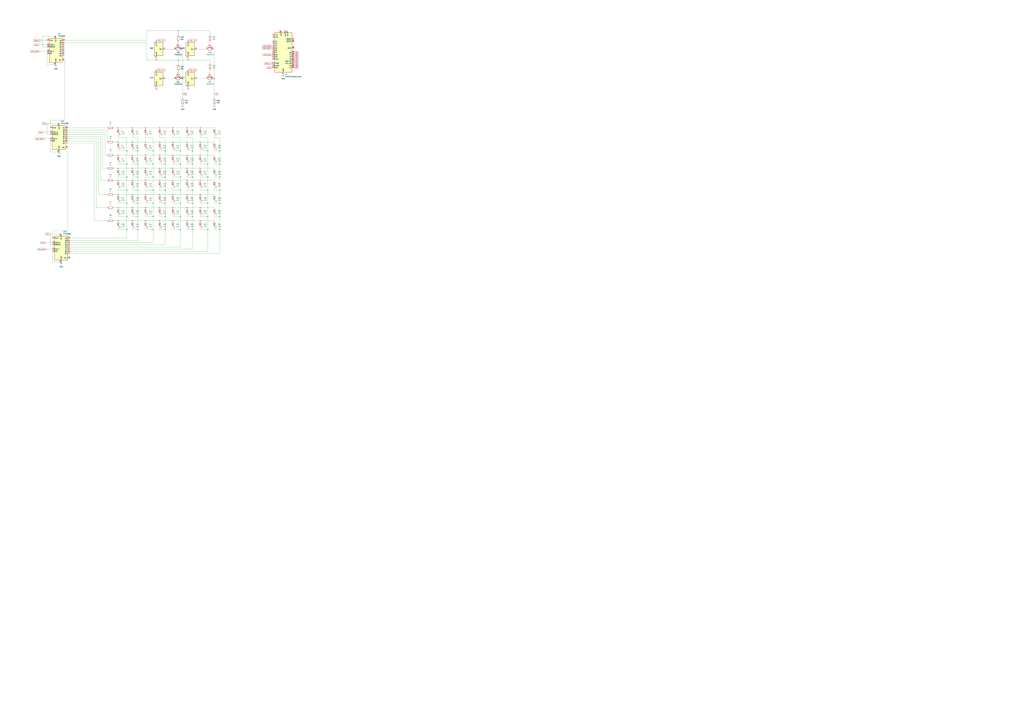
<source format=kicad_sch>
(kicad_sch (version 20230121) (generator eeschema)
  (paper "A0")
  (lib_symbols
    (symbol "74xx:74HC595"
      (property "Reference" "U" (at -7.62 13.97 0))
      (property "Value" "74HC595" (at -7.62 -16.51 0))
      (symbol "74HC595_1_0"
        (pin tri_state line (at 10.16 7.62 180) (length 2.54) (name "QB") (number "1"))
        (pin input line (at -10.16 2.54 0) (length 2.54) (name "~{SRCLR}") (number "10"))
        (pin input line (at -10.16 5.08 0) (length 2.54) (name "SRCLK") (number "11"))
        (pin input line (at -10.16 -2.54 0) (length 2.54) (name "RCLK") (number "12"))
        (pin input line (at -10.16 -5.08 0) (length 2.54) (name "~{OE}") (number "13"))
        (pin input line (at -10.16 10.16 0) (length 2.54) (name "SER") (number "14"))
        (pin tri_state line (at 10.16 10.16 180) (length 2.54) (name "QA") (number "15"))
        (pin power_in line (at 0 15.24 270) (length 2.54) (name "VCC") (number "16"))
        (pin tri_state line (at 10.16 5.08 180) (length 2.54) (name "QC") (number "2"))
        (pin tri_state line (at 10.16 2.54 180) (length 2.54) (name "QD") (number "3"))
        (pin tri_state line (at 10.16 0 180) (length 2.54) (name "QE") (number "4"))
        (pin tri_state line (at 10.16 -2.54 180) (length 2.54) (name "QF") (number "5"))
        (pin tri_state line (at 10.16 -5.08 180) (length 2.54) (name "QG") (number "6"))
        (pin tri_state line (at 10.16 -7.62 180) (length 2.54) (name "QH") (number "7"))
        (pin power_in line (at 0 -17.78 90) (length 2.54) (name "GND") (number "8"))
        (pin output line (at 10.16 -12.7 180) (length 2.54) (name "QH'") (number "9"))
      )
      (symbol "74HC595_1_1"
        (rectangle (start -7.62 12.7) (end 7.62 -15.24) (stroke (width 0.254)) (fill (type background)))
      )
    )
    (symbol "Device:LED" (pin_numbers hide) (pin_names (offset 1.016) hide)
      (property "Reference" "D" (at 0 2.54 0))
      (property "Value" "LED" (at 0 -2.54 0))
      (symbol "LED_0_1"
        (polyline (pts (xy -1.27 -1.27) (xy -1.27 1.27)) (stroke (width 0.254)))
        (polyline (pts (xy -1.27 0) (xy 1.27 0)))
        (polyline (pts (xy 1.27 -1.27) (xy 1.27 1.27) (xy -1.27 0) (xy 1.27 -1.27)) (stroke (width 0.254)))
        (polyline (pts (xy -3.048 -0.762) (xy -4.572 -2.286) (xy -3.81 -2.286) (xy -4.572 -2.286) (xy -4.572 -1.524)))
        (polyline (pts (xy -1.778 -0.762) (xy -3.302 -2.286) (xy -2.54 -2.286) (xy -3.302 -2.286) (xy -3.302 -1.524)))
      )
      (symbol "LED_1_1"
        (pin passive line (at -3.81 0 0) (length 2.54) (name "K") (number "1"))
        (pin passive line (at 3.81 0 180) (length 2.54) (name "A") (number "2"))
      )
    )
    (symbol "Device:R" (pin_numbers hide) (pin_names (offset 0))
      (property "Reference" "R" (at 2.032 0 90))
      (property "Value" "R" (at 0 0 90))
      (symbol "R_0_1"
        (rectangle (start -1.016 -2.54) (end 1.016 2.54) (stroke (width 0.254)))
      )
      (symbol "R_1_1"
        (pin passive line (at 0 3.81 270) (length 1.27) (name "~") (number "1"))
        (pin passive line (at 0 -3.81 90) (length 1.27) (name "~") (number "2"))
      )
    )
    (symbol "MCU_Module:Arduino_Nano_Every"
      (property "Reference" "A" (at -10.16 23.495 0))
      (property "Value" "Arduino_Nano_Every" (at 5.08 -24.13 0))
      (symbol "Arduino_Nano_Every_0_1"
        (rectangle (start -10.16 22.86) (end 10.16 -22.86) (stroke (width 0.254)) (fill (type background)))
      )
      (symbol "Arduino_Nano_Every_1_1"
        (pin bidirectional line (at -12.7 20.32 0) (length 2.54) (name "TX1") (number "1"))
        (pin bidirectional line (at -12.7 0 0) (length 2.54) (name "D7") (number "10"))
        (pin bidirectional line (at -12.7 -2.54 0) (length 2.54) (name "D8") (number "11"))
        (pin bidirectional line (at -12.7 -5.08 0) (length 2.54) (name "D9") (number "12"))
        (pin bidirectional line (at -12.7 -7.62 0) (length 2.54) (name "D10") (number "13"))
        (pin bidirectional line (at -12.7 -12.7 0) (length 2.54) (name "MOSI") (number "14"))
        (pin bidirectional line (at -12.7 -15.24 0) (length 2.54) (name "MISO") (number "15"))
        (pin bidirectional line (at -12.7 -17.78 0) (length 2.54) (name "SCK") (number "16"))
        (pin power_out line (at 2.54 25.4 270) (length 2.54) (name "3V3") (number "17"))
        (pin input line (at 12.7 5.08 180) (length 2.54) (name "AREF") (number "18"))
        (pin bidirectional line (at 12.7 0 180) (length 2.54) (name "A0") (number "19"))
        (pin bidirectional line (at -12.7 17.78 0) (length 2.54) (name "RX1") (number "2"))
        (pin bidirectional line (at 12.7 -2.54 180) (length 2.54) (name "A1") (number "20"))
        (pin bidirectional line (at 12.7 -5.08 180) (length 2.54) (name "A2") (number "21"))
        (pin bidirectional line (at 12.7 -7.62 180) (length 2.54) (name "A3") (number "22"))
        (pin bidirectional line (at 12.7 -10.16 180) (length 2.54) (name "SDA/A4") (number "23"))
        (pin bidirectional line (at 12.7 -12.7 180) (length 2.54) (name "SCL/A5") (number "24"))
        (pin bidirectional line (at 12.7 -15.24 180) (length 2.54) (name "A6") (number "25"))
        (pin bidirectional line (at 12.7 -17.78 180) (length 2.54) (name "A7") (number "26"))
        (pin power_out line (at 5.08 25.4 270) (length 2.54) (name "+5V") (number "27"))
        (pin input line (at 12.7 12.7 180) (length 2.54) (name "~{RESET}") (number "28"))
        (pin passive line (at 0 -25.4 90) (length 2.54) hide (name "GND") (number "29"))
        (pin input line (at 12.7 15.24 180) (length 2.54) (name "~{RESET}") (number "3"))
        (pin power_in line (at -2.54 25.4 270) (length 2.54) (name "VIN") (number "30"))
        (pin power_in line (at 0 -25.4 90) (length 2.54) (name "GND") (number "4"))
        (pin bidirectional line (at -12.7 12.7 0) (length 2.54) (name "D2") (number "5"))
        (pin bidirectional line (at -12.7 10.16 0) (length 2.54) (name "D3") (number "6"))
        (pin bidirectional line (at -12.7 7.62 0) (length 2.54) (name "D4") (number "7"))
        (pin bidirectional line (at -12.7 5.08 0) (length 2.54) (name "D5") (number "8"))
        (pin bidirectional line (at -12.7 2.54 0) (length 2.54) (name "D6") (number "9"))
      )
    )
    (symbol "Sensor_Magnetic:DRV5055A3xLPGxQ1"
      (property "Reference" "U" (at 5.08 12.7 0))
      (property "Value" "DRV5055A3xLPGxQ1" (at 7.62 10.16 0))
      (symbol "DRV5055A3xLPGxQ1_1_1"
        (rectangle (start -5.08 7.62) (end 5.08 -7.62) (stroke (width 0.254)) (fill (type background)))
        (pin power_in line (at -2.54 10.16 270) (length 2.54) (name "VCC") (number "1"))
        (pin power_in line (at -2.54 -10.16 90) (length 2.54) (name "GND") (number "2"))
        (pin output line (at 7.62 0 180) (length 2.54) (name "OUT") (number "3"))
      )
    )
    (symbol "Transistor_BJT:PN2222A" (pin_names (offset 0) hide)
      (property "Reference" "Q" (at 5.08 1.905 0))
      (property "Value" "PN2222A" (at 5.08 0 0))
      (symbol "PN2222A_0_1"
        (polyline (pts (xy 0 0) (xy 0.635 0)))
        (polyline (pts (xy 2.54 -2.54) (xy 0.635 -0.635)))
        (polyline (pts (xy 2.54 2.54) (xy 0.635 0.635)))
        (polyline (pts (xy 0.635 1.905) (xy 0.635 -1.905) (xy 0.635 -1.905)) (stroke (width 0.508)))
        (polyline (pts (xy 2.413 -2.413) (xy 1.905 -1.905) (xy 1.905 -1.905)))
        (polyline (pts (xy 1.143 -1.651) (xy 1.651 -1.143) (xy 2.159 -2.159) (xy 1.143 -1.651) (xy 1.143 -1.651)) (fill (type outline)))
        (circle (center 1.27 0) (radius 2.8194) (stroke (width 0.254)))
      )
      (symbol "PN2222A_1_1"
        (pin passive line (at 2.54 -5.08 90) (length 2.54) (name "E") (number "1"))
        (pin input line (at -5.08 0 0) (length 5.08) (name "B") (number "2"))
        (pin passive line (at 2.54 5.08 270) (length 2.54) (name "C") (number "3"))
      )
    )
    (symbol "power:GND" (power) (pin_names (offset 0))
      (property "Value" "GND" (at 0 -3.81 0))
      (symbol "GND_0_1"
        (polyline (pts (xy 0 0) (xy 0 -1.27) (xy 1.27 -1.27) (xy 0 -2.54) (xy -1.27 -1.27) (xy 0 -1.27)))
      )
      (symbol "GND_1_1"
        (pin power_in line (at 0 0 270) (length 0) hide (name "GND") (number "1"))
      )
    )
  )
  (junction (at 248.92 91.44))
  (junction (at 223.52 220.98))
  (junction (at 137.16 165.1))
  (junction (at 241.3 251.46))
  (junction (at 191.77 236.22))
  (junction (at 137.16 180.34))
  (junction (at 153.67 180.34))
  (junction (at 217.17 256.54))
  (junction (at 223.52 175.26))
  (junction (at 232.41 209.55))
  (junction (at 168.91 165.1))
  (junction (at 200.66 241.3))
  (junction (at 185.42 256.54))
  (junction (at 209.55 205.74))
  (junction (at 168.91 148.59))
  (junction (at 153.67 241.3))
  (junction (at 168.91 209.55))
  (junction (at 217.17 180.34))
  (junction (at 168.91 256.54))
  (junction (at 223.52 251.46))
  (junction (at 137.16 226.06))
  (junction (at 153.67 148.59))
  (junction (at 200.66 148.59))
  (junction (at 160.02 251.46))
  (junction (at 185.42 148.59))
  (junction (at 200.66 180.34))
  (junction (at 232.41 148.59))
  (junction (at 207.01 35.56))
  (junction (at 191.77 190.5))
  (junction (at 160.02 220.98))
  (junction (at 168.91 241.3))
  (junction (at 177.8 266.7))
  (junction (at 168.91 195.58))
  (junction (at 137.16 195.58))
  (junction (at 200.66 226.06))
  (junction (at 232.41 241.3))
  (junction (at 255.27 220.98))
  (junction (at 191.77 251.46))
  (junction (at 137.16 241.3))
  (junction (at 68.58 176.53))
  (junction (at 217.17 241.3))
  (junction (at 217.17 209.55))
  (junction (at 153.67 226.06))
  (junction (at 200.66 165.1))
  (junction (at 200.66 209.55))
  (junction (at 160.02 190.5))
  (junction (at 255.27 205.74))
  (junction (at 147.32 205.74))
  (junction (at 177.8 175.26))
  (junction (at 191.77 266.7))
  (junction (at 232.41 226.06))
  (junction (at 255.27 190.5))
  (junction (at 153.67 195.58))
  (junction (at 223.52 205.74))
  (junction (at 232.41 195.58))
  (junction (at 191.77 220.98))
  (junction (at 209.55 190.5))
  (junction (at 191.77 205.74))
  (junction (at 185.42 180.34))
  (junction (at 232.41 165.1))
  (junction (at 217.17 165.1))
  (junction (at 223.52 190.5))
  (junction (at 147.32 266.7))
  (junction (at 209.55 236.22))
  (junction (at 209.55 175.26))
  (junction (at 212.09 91.44))
  (junction (at 241.3 205.74))
  (junction (at 241.3 175.26))
  (junction (at 209.55 266.7))
  (junction (at 255.27 266.7))
  (junction (at 185.42 165.1))
  (junction (at 177.8 251.46))
  (junction (at 160.02 175.26))
  (junction (at 137.16 256.54))
  (junction (at 137.16 209.55))
  (junction (at 185.42 226.06))
  (junction (at 217.17 226.06))
  (junction (at 255.27 175.26))
  (junction (at 241.3 190.5))
  (junction (at 147.32 251.46))
  (junction (at 241.3 220.98))
  (junction (at 64.77 74.93))
  (junction (at 241.3 266.7))
  (junction (at 209.55 251.46))
  (junction (at 200.66 195.58))
  (junction (at 232.41 256.54))
  (junction (at 223.52 266.7))
  (junction (at 153.67 209.55))
  (junction (at 209.55 220.98))
  (junction (at 160.02 266.7))
  (junction (at 168.91 180.34))
  (junction (at 185.42 209.55))
  (junction (at 147.32 220.98))
  (junction (at 71.12 304.8))
  (junction (at 177.8 205.74))
  (junction (at 177.8 190.5))
  (junction (at 217.17 195.58))
  (junction (at 153.67 256.54))
  (junction (at 177.8 236.22))
  (junction (at 207.01 69.85))
  (junction (at 153.67 165.1))
  (junction (at 160.02 236.22))
  (junction (at 147.32 190.5))
  (junction (at 147.32 175.26))
  (junction (at 185.42 241.3))
  (junction (at 147.32 236.22))
  (junction (at 241.3 236.22))
  (junction (at 160.02 205.74))
  (junction (at 177.8 220.98))
  (junction (at 255.27 236.22))
  (junction (at 191.77 175.26))
  (junction (at 255.27 251.46))
  (junction (at 223.52 236.22))
  (junction (at 232.41 180.34))
  (junction (at 217.17 148.59))
  (junction (at 185.42 195.58))
  (junction (at 168.91 226.06))
  (junction (at 137.16 148.59))
  (junction (at 200.66 256.54))
  (no_connect (at 81.28 299.72))
  (wire (pts (xy 248.92 91.44) (xy 248.92 114.3)))
  (wire (pts (xy 241.3 236.22) (xy 241.3 251.46)))
  (wire (pts (xy 78.74 166.37) (xy 109.22 166.37)))
  (wire (pts (xy 81.28 284.48) (xy 191.77 284.48)))
  (wire (pts (xy 232.41 165.1) (xy 248.92 165.1)))
  (wire (pts (xy 223.52 220.98) (xy 223.52 236.22)))
  (wire (pts (xy 185.42 266.7) (xy 191.77 266.7)))
  (wire (pts (xy 168.91 180.34) (xy 185.42 180.34)))
  (wire (pts (xy 153.67 217.17) (xy 153.67 220.98)))
  (wire (pts (xy 45.72 52.07) (xy 54.61 52.07)))
  (wire (pts (xy 81.28 294.64) (xy 255.27 294.64)))
  (wire (pts (xy 49.53 41.91) (xy 64.77 41.91)))
  (wire (pts (xy 223.52 236.22) (xy 223.52 251.46)))
  (wire (pts (xy 248.92 217.17) (xy 248.92 220.98)))
  (wire (pts (xy 109.22 256.54) (xy 124.46 256.54)))
  (wire (pts (xy 78.74 156.21) (xy 119.38 156.21)))
  (wire (pts (xy 241.3 160.02) (xy 241.3 175.26)))
  (wire (pts (xy 153.67 165.1) (xy 168.91 165.1)))
  (wire (pts (xy 255.27 251.46) (xy 255.27 266.7)))
  (wire (pts (xy 200.66 175.26) (xy 200.66 172.72)))
  (wire (pts (xy 255.27 220.98) (xy 255.27 236.22)))
  (wire (pts (xy 119.38 195.58) (xy 124.46 195.58)))
  (wire (pts (xy 160.02 205.74) (xy 160.02 220.98)))
  (wire (pts (xy 50.8 153.67) (xy 58.42 153.67)))
  (wire (pts (xy 137.16 266.7) (xy 137.16 264.16)))
  (wire (pts (xy 248.92 236.22) (xy 255.27 236.22)))
  (wire (pts (xy 121.92 180.34) (xy 124.46 180.34)))
  (wire (pts (xy 81.28 276.86) (xy 147.32 276.86)))
  (wire (pts (xy 78.74 158.75) (xy 116.84 158.75)))
  (wire (pts (xy 168.91 251.46) (xy 177.8 251.46)))
  (wire (pts (xy 81.28 281.94) (xy 177.8 281.94)))
  (wire (pts (xy 185.42 156.21) (xy 185.42 160.02)))
  (wire (pts (xy 153.67 236.22) (xy 160.02 236.22)))
  (wire (pts (xy 200.66 156.21) (xy 200.66 160.02)))
  (wire (pts (xy 153.67 205.74) (xy 160.02 205.74)))
  (wire (pts (xy 248.92 236.22) (xy 248.92 233.68)))
  (wire (pts (xy 200.66 190.5) (xy 200.66 187.96)))
  (wire (pts (xy 185.42 236.22) (xy 191.77 236.22)))
  (wire (pts (xy 217.17 205.74) (xy 217.17 203.2)))
  (wire (pts (xy 153.67 256.54) (xy 168.91 256.54)))
  (wire (pts (xy 248.92 220.98) (xy 255.27 220.98)))
  (wire (pts (xy 147.32 236.22) (xy 147.32 251.46)))
  (wire (pts (xy 217.17 175.26) (xy 217.17 172.72)))
  (wire (pts (xy 185.42 220.98) (xy 191.77 220.98)))
  (wire (pts (xy 191.77 236.22) (xy 191.77 251.46)))
  (wire (pts (xy 81.28 292.1) (xy 241.3 292.1)))
  (wire (pts (xy 185.42 160.02) (xy 191.77 160.02)))
  (wire (pts (xy 177.8 160.02) (xy 168.91 160.02)))
  (wire (pts (xy 248.92 160.02) (xy 255.27 160.02)))
  (wire (pts (xy 217.17 148.59) (xy 232.41 148.59)))
  (wire (pts (xy 177.8 220.98) (xy 177.8 236.22)))
  (wire (pts (xy 217.17 180.34) (xy 232.41 180.34)))
  (wire (pts (xy 217.17 190.5) (xy 223.52 190.5)))
  (wire (pts (xy 217.17 236.22) (xy 223.52 236.22)))
  (wire (pts (xy 185.42 175.26) (xy 185.42 172.72)))
  (wire (pts (xy 153.67 209.55) (xy 168.91 209.55)))
  (wire (pts (xy 232.41 220.98) (xy 241.3 220.98)))
  (wire (pts (xy 81.28 287.02) (xy 209.55 287.02)))
  (wire (pts (xy 48.26 46.99) (xy 54.61 46.99)))
  (wire (pts (xy 207.01 83.82) (xy 207.01 82.55)))
  (wire (pts (xy 232.41 217.17) (xy 232.41 220.98)))
  (wire (pts (xy 223.52 160.02) (xy 223.52 175.26)))
  (wire (pts (xy 248.92 190.5) (xy 255.27 190.5)))
  (wire (pts (xy 168.91 236.22) (xy 168.91 233.68)))
  (wire (pts (xy 111.76 163.83) (xy 111.76 241.3)))
  (wire (pts (xy 200.66 209.55) (xy 217.17 209.55)))
  (wire (pts (xy 217.17 236.22) (xy 217.17 233.68)))
  (wire (pts (xy 232.41 175.26) (xy 232.41 172.72)))
  (wire (pts (xy 232.41 251.46) (xy 241.3 251.46)))
  (wire (pts (xy 255.27 205.74) (xy 255.27 220.98)))
  (wire (pts (xy 191.77 251.46) (xy 191.77 266.7)))
  (wire (pts (xy 185.42 190.5) (xy 191.77 190.5)))
  (wire (pts (xy 217.17 160.02) (xy 223.52 160.02)))
  (wire (pts (xy 177.8 281.94) (xy 177.8 266.7)))
  (wire (pts (xy 248.92 251.46) (xy 248.92 248.92)))
  (wire (pts (xy 147.32 160.02) (xy 147.32 175.26)))
  (wire (pts (xy 217.17 251.46) (xy 217.17 248.92)))
  (wire (pts (xy 200.66 256.54) (xy 217.17 256.54)))
  (wire (pts (xy 137.16 251.46) (xy 137.16 248.92)))
  (wire (pts (xy 207.01 69.85) (xy 243.84 69.85)))
  (wire (pts (xy 160.02 160.02) (xy 160.02 175.26)))
  (wire (pts (xy 137.16 220.98) (xy 147.32 220.98)))
  (wire (pts (xy 137.16 175.26) (xy 147.32 175.26)))
  (wire (pts (xy 58.42 284.48) (xy 60.96 284.48)))
  (wire (pts (xy 132.08 148.59) (xy 137.16 148.59)))
  (wire (pts (xy 207.01 49.53) (xy 207.01 48.26)))
  (wire (pts (xy 217.17 217.17) (xy 217.17 220.98)))
  (wire (pts (xy 168.91 241.3) (xy 185.42 241.3)))
  (wire (pts (xy 153.67 156.21) (xy 153.67 160.02)))
  (wire (pts (xy 124.46 151.13) (xy 124.46 165.1)))
  (wire (pts (xy 160.02 279.4) (xy 160.02 266.7)))
  (wire (pts (xy 209.55 220.98) (xy 200.66 220.98)))
  (wire (pts (xy 232.41 226.06) (xy 248.92 226.06)))
  (wire (pts (xy 248.92 156.21) (xy 248.92 160.02)))
  (wire (pts (xy 185.42 256.54) (xy 200.66 256.54)))
  (wire (pts (xy 78.74 153.67) (xy 121.92 153.67)))
  (wire (pts (xy 119.38 156.21) (xy 119.38 195.58)))
  (wire (pts (xy 153.67 236.22) (xy 153.67 233.68)))
  (wire (pts (xy 241.3 220.98) (xy 241.3 236.22)))
  (wire (pts (xy 185.42 205.74) (xy 191.77 205.74)))
  (wire (pts (xy 111.76 241.3) (xy 124.46 241.3)))
  (wire (pts (xy 68.58 143.51) (xy 54.61 143.51)))
  (wire (pts (xy 58.42 176.53) (xy 68.58 176.53)))
  (wire (pts (xy 137.16 236.22) (xy 147.32 236.22)))
  (wire (pts (xy 191.77 220.98) (xy 191.77 236.22)))
  (wire (pts (xy 200.66 190.5) (xy 209.55 190.5)))
  (wire (pts (xy 168.91 205.74) (xy 168.91 203.2)))
  (wire (pts (xy 248.92 251.46) (xy 255.27 251.46)))
  (wire (pts (xy 243.84 73.66) (xy 243.84 69.85)))
  (wire (pts (xy 185.42 175.26) (xy 191.77 175.26)))
  (wire (pts (xy 153.67 175.26) (xy 160.02 175.26)))
  (wire (pts (xy 168.91 148.59) (xy 185.42 148.59)))
  (wire (pts (xy 168.91 190.5) (xy 177.8 190.5)))
  (wire (pts (xy 137.16 205.74) (xy 147.32 205.74)))
  (wire (pts (xy 217.17 226.06) (xy 232.41 226.06)))
  (wire (pts (xy 137.16 190.5) (xy 137.16 187.96)))
  (wire (pts (xy 185.42 190.5) (xy 185.42 187.96)))
  (wire (pts (xy 241.3 251.46) (xy 241.3 266.7)))
  (wire (pts (xy 217.17 205.74) (xy 223.52 205.74)))
  (wire (pts (xy 54.61 143.51) (xy 54.61 156.21)))
  (wire (pts (xy 232.41 266.7) (xy 232.41 264.16)))
  (wire (pts (xy 49.53 54.61) (xy 49.53 41.91)))
  (wire (pts (xy 200.66 195.58) (xy 217.17 195.58)))
  (wire (pts (xy 81.28 289.56) (xy 223.52 289.56)))
  (wire (pts (xy 137.16 236.22) (xy 137.16 233.68)))
  (wire (pts (xy 232.41 209.55) (xy 248.92 209.55)))
  (wire (pts (xy 177.8 190.5) (xy 177.8 205.74)))
  (wire (pts (xy 74.93 139.7) (xy 58.42 139.7)))
  (wire (pts (xy 232.41 205.74) (xy 232.41 203.2)))
  (wire (pts (xy 114.3 226.06) (xy 124.46 226.06)))
  (wire (pts (xy 241.3 292.1) (xy 241.3 266.7)))
  (wire (pts (xy 121.92 153.67) (xy 121.92 180.34)))
  (wire (pts (xy 137.16 180.34) (xy 153.67 180.34)))
  (wire (pts (xy 132.08 256.54) (xy 137.16 256.54)))
  (wire (pts (xy 200.66 236.22) (xy 200.66 233.68)))
  (wire (pts (xy 241.3 205.74) (xy 241.3 220.98)))
  (wire (pts (xy 217.17 190.5) (xy 217.17 187.96)))
  (wire (pts (xy 223.52 205.74) (xy 223.52 220.98)))
  (wire (pts (xy 185.42 217.17) (xy 185.42 220.98)))
  (wire (pts (xy 255.27 236.22) (xy 255.27 251.46)))
  (wire (pts (xy 232.41 236.22) (xy 241.3 236.22)))
  (wire (pts (xy 170.18 46.99) (xy 74.93 46.99)))
  (wire (pts (xy 191.77 175.26) (xy 191.77 190.5)))
  (wire (pts (xy 54.61 289.56) (xy 60.96 289.56)))
  (wire (pts (xy 241.3 175.26) (xy 241.3 190.5)))
  (wire (pts (xy 78.74 163.83) (xy 111.76 163.83)))
  (wire (pts (xy 200.66 266.7) (xy 200.66 264.16)))
  (wire (pts (xy 54.61 54.61) (xy 49.53 54.61)))
  (wire (pts (xy 223.52 289.56) (xy 223.52 266.7)))
  (wire (pts (xy 217.17 266.7) (xy 223.52 266.7)))
  (wire (pts (xy 78.74 161.29) (xy 114.3 161.29)))
  (wire (pts (xy 153.67 175.26) (xy 153.67 172.72)))
  (wire (pts (xy 228.6 57.15) (xy 238.76 57.15)))
  (wire (pts (xy 217.17 241.3) (xy 232.41 241.3)))
  (wire (pts (xy 153.67 148.59) (xy 168.91 148.59)))
  (wire (pts (xy 60.96 267.97) (xy 78.74 267.97)))
  (wire (pts (xy 185.42 241.3) (xy 200.66 241.3)))
  (wire (pts (xy 153.67 220.98) (xy 160.02 220.98)))
  (wire (pts (xy 71.12 271.78) (xy 58.42 271.78)))
  (wire (pts (xy 217.17 220.98) (xy 223.52 220.98)))
  (wire (pts (xy 243.84 49.53) (xy 243.84 48.26)))
  (wire (pts (xy 177.8 236.22) (xy 177.8 251.46)))
  (wire (pts (xy 168.91 266.7) (xy 177.8 266.7)))
  (wire (pts (xy 54.61 62.23) (xy 54.61 74.93)))
  (wire (pts (xy 200.66 205.74) (xy 200.66 203.2)))
  (wire (pts (xy 209.55 236.22) (xy 209.55 251.46)))
  (wire (pts (xy 200.66 266.7) (xy 209.55 266.7)))
  (wire (pts (xy 255.27 190.5) (xy 255.27 205.74)))
  (wire (pts (xy 137.16 165.1) (xy 153.67 165.1)))
  (wire (pts (xy 200.66 175.26) (xy 209.55 175.26)))
  (wire (pts (xy 58.42 163.83) (xy 58.42 176.53)))
  (wire (pts (xy 160.02 190.5) (xy 160.02 205.74)))
  (wire (pts (xy 209.55 175.26) (xy 209.55 190.5)))
  (wire (pts (xy 153.67 195.58) (xy 168.91 195.58)))
  (wire (pts (xy 223.52 175.26) (xy 223.52 190.5)))
  (wire (pts (xy 255.27 175.26) (xy 255.27 190.5)))
  (wire (pts (xy 137.16 241.3) (xy 153.67 241.3)))
  (wire (pts (xy 137.16 172.72) (xy 137.16 175.26)))
  (wire (pts (xy 243.84 40.64) (xy 243.84 35.56)))
  (wire (pts (xy 177.8 160.02) (xy 177.8 175.26)))
  (wire (pts (xy 168.91 165.1) (xy 185.42 165.1)))
  (wire (pts (xy 147.32 175.26) (xy 147.32 190.5)))
  (wire (pts (xy 81.28 279.4) (xy 160.02 279.4)))
  (wire (pts (xy 207.01 40.64) (xy 207.01 35.56)))
  (wire (pts (xy 153.67 266.7) (xy 160.02 266.7)))
  (wire (pts (xy 58.42 271.78) (xy 58.42 284.48)))
  (wire (pts (xy 168.91 226.06) (xy 185.42 226.06)))
  (wire (pts (xy 168.91 256.54) (xy 185.42 256.54)))
  (wire (pts (xy 168.91 251.46) (xy 168.91 248.92)))
  (wire (pts (xy 212.09 91.44) (xy 212.09 114.3)))
  (wire (pts (xy 217.17 195.58) (xy 232.41 195.58)))
  (wire (pts (xy 153.67 205.74) (xy 153.67 203.2)))
  (wire (pts (xy 223.52 190.5) (xy 223.52 205.74)))
  (wire (pts (xy 248.92 175.26) (xy 255.27 175.26)))
  (wire (pts (xy 137.16 217.17) (xy 137.16 220.98)))
  (wire (pts (xy 116.84 158.75) (xy 116.84 209.55)))
  (wire (pts (xy 185.42 165.1) (xy 200.66 165.1)))
  (wire (pts (xy 232.41 156.21) (xy 232.41 160.02)))
  (wire (pts (xy 191.77 190.5) (xy 191.77 205.74)))
  (wire (pts (xy 168.91 205.74) (xy 177.8 205.74)))
  (wire (pts (xy 209.55 287.02) (xy 209.55 266.7)))
  (wire (pts (xy 168.91 217.17) (xy 168.91 220.98)))
  (wire (pts (xy 170.18 49.53) (xy 170.18 69.85)))
  (wire (pts (xy 147.32 190.5) (xy 147.32 205.74)))
  (wire (pts (xy 170.18 35.56) (xy 170.18 46.99)))
  (wire (pts (xy 137.16 205.74) (xy 137.16 203.2)))
  (wire (pts (xy 209.55 160.02) (xy 209.55 175.26)))
  (wire (pts (xy 168.91 266.7) (xy 168.91 264.16)))
  (wire (pts (xy 153.67 241.3) (xy 168.91 241.3)))
  (wire (pts (xy 168.91 156.21) (xy 168.91 160.02)))
  (wire (pts (xy 58.42 139.7) (xy 58.42 148.59)))
  (wire (pts (xy 200.66 165.1) (xy 217.17 165.1)))
  (wire (pts (xy 177.8 175.26) (xy 177.8 190.5)))
  (wire (pts (xy 109.22 166.37) (xy 109.22 256.54)))
  (wire (pts (xy 168.91 209.55) (xy 185.42 209.55)))
  (wire (pts (xy 248.92 175.26) (xy 248.92 172.72)))
  (wire (pts (xy 223.52 251.46) (xy 223.52 266.7)))
  (wire (pts (xy 200.66 217.17) (xy 200.66 220.98)))
  (wire (pts (xy 217.17 251.46) (xy 223.52 251.46)))
  (wire (pts (xy 54.61 74.93) (xy 64.77 74.93)))
  (wire (pts (xy 217.17 156.21) (xy 217.17 160.02)))
  (wire (pts (xy 168.91 195.58) (xy 185.42 195.58)))
  (wire (pts (xy 200.66 148.59) (xy 217.17 148.59)))
  (wire (pts (xy 132.08 241.3) (xy 137.16 241.3)))
  (wire (pts (xy 78.74 171.45) (xy 78.74 267.97)))
  (wire (pts (xy 177.8 251.46) (xy 177.8 266.7)))
  (wire (pts (xy 160.02 220.98) (xy 160.02 236.22)))
  (wire (pts (xy 191.77 160.02) (xy 191.77 175.26)))
  (wire (pts (xy 200.66 251.46) (xy 200.66 248.92)))
  (wire (pts (xy 160.02 175.26) (xy 160.02 190.5)))
  (wire (pts (xy 217.17 209.55) (xy 232.41 209.55)))
  (wire (pts (xy 191.77 284.48) (xy 191.77 266.7)))
  (wire (pts (xy 116.84 209.55) (xy 124.46 209.55)))
  (wire (pts (xy 153.67 190.5) (xy 153.67 187.96)))
  (wire (pts (xy 255.27 294.64) (xy 255.27 266.7)))
  (wire (pts (xy 160.02 236.22) (xy 160.02 251.46)))
  (wire (pts (xy 207.01 74.93) (xy 207.01 69.85)))
  (wire (pts (xy 153.67 251.46) (xy 160.02 251.46)))
  (wire (pts (xy 74.93 69.85) (xy 74.93 139.7)))
  (wire (pts (xy 60.96 304.8) (xy 71.12 304.8)))
  (wire (pts (xy 232.41 180.34) (xy 248.92 180.34)))
  (wire (pts (xy 132.08 226.06) (xy 137.16 226.06)))
  (wire (pts (xy 217.17 256.54) (xy 232.41 256.54)))
  (wire (pts (xy 137.16 266.7) (xy 147.32 266.7)))
  (wire (pts (xy 168.91 236.22) (xy 177.8 236.22)))
  (wire (pts (xy 137.16 148.59) (xy 153.67 148.59)))
  (wire (pts (xy 200.66 205.74) (xy 209.55 205.74)))
  (wire (pts (xy 209.55 160.02) (xy 200.66 160.02)))
  (wire (pts (xy 185.42 148.59) (xy 200.66 148.59)))
  (wire (pts (xy 255.27 160.02) (xy 255.27 175.26)))
  (wire (pts (xy 217.17 165.1) (xy 232.41 165.1)))
  (wire (pts (xy 153.67 190.5) (xy 160.02 190.5)))
  (wire (pts (xy 46.99 59.69) (xy 54.61 59.69)))
  (wire (pts (xy 217.17 175.26) (xy 223.52 175.26)))
  (wire (pts (xy 52.07 161.29) (xy 58.42 161.29)))
  (wire (pts (xy 241.3 190.5) (xy 241.3 205.74)))
  (wire (pts (xy 217.17 266.7) (xy 217.17 264.16)))
  (wire (pts (xy 177.8 220.98) (xy 168.91 220.98)))
  (wire (pts (xy 241.3 160.02) (xy 232.41 160.02)))
  (wire (pts (xy 248.92 190.5) (xy 248.92 187.96)))
  (wire (pts (xy 137.16 160.02) (xy 147.32 160.02)))
  (wire (pts (xy 232.41 236.22) (xy 232.41 233.68)))
  (wire (pts (xy 248.92 205.74) (xy 248.92 203.2)))
  (wire (pts (xy 191.77 57.15) (xy 201.93 57.15)))
  (wire (pts (xy 53.34 281.94) (xy 60.96 281.94)))
  (wire (pts (xy 185.42 251.46) (xy 191.77 251.46)))
  (wire (pts (xy 228.6 91.44) (xy 238.76 91.44)))
  (wire (pts (xy 248.92 205.74) (xy 255.27 205.74)))
  (wire (pts (xy 132.08 209.55) (xy 137.16 209.55)))
  (wire (pts (xy 153.67 266.7) (xy 153.67 264.16)))
  (wire (pts (xy 207.01 35.56) (xy 243.84 35.56)))
  (wire (pts (xy 137.16 190.5) (xy 147.32 190.5)))
  (wire (pts (xy 209.55 205.74) (xy 209.55 220.98)))
  (wire (pts (xy 114.3 161.29) (xy 114.3 226.06)))
  (wire (pts (xy 191.77 205.74) (xy 191.77 220.98)))
  (wire (pts (xy 232.41 190.5) (xy 241.3 190.5)))
  (wire (pts (xy 185.42 180.34) (xy 200.66 180.34)))
  (wire (pts (xy 177.8 205.74) (xy 177.8 220.98)))
  (wire (pts (xy 232.41 205.74) (xy 241.3 205.74)))
  (wire (pts (xy 185.42 226.06) (xy 200.66 226.06)))
  (wire (pts (xy 185.42 209.55) (xy 200.66 209.55)))
  (wire (pts (xy 132.08 165.1) (xy 137.16 165.1)))
  (wire (pts (xy 232.41 256.54) (xy 248.92 256.54)))
  (wire (pts (xy 200.66 226.06) (xy 217.17 226.06)))
  (wire (pts (xy 232.41 251.46) (xy 232.41 248.92)))
  (wire (pts (xy 137.16 251.46) (xy 147.32 251.46)))
  (wire (pts (xy 185.42 251.46) (xy 185.42 248.92)))
  (wire (pts (xy 160.02 251.46) (xy 160.02 266.7)))
  (wire (pts (xy 200.66 236.22) (xy 209.55 236.22)))
  (wire (pts (xy 137.16 226.06) (xy 153.67 226.06)))
  (wire (pts (xy 212.09 57.15) (xy 212.09 91.44)))
  (wire (pts (xy 137.16 209.55) (xy 153.67 209.55)))
  (wire (pts (xy 153.67 251.46) (xy 153.67 248.92)))
  (wire (pts (xy 200.66 251.46) (xy 209.55 251.46)))
  (wire (pts (xy 243.84 83.82) (xy 243.84 81.28)))
  (wire (pts (xy 132.08 180.34) (xy 137.16 180.34)))
  (wire (pts (xy 170.18 69.85) (xy 207.01 69.85)))
  (wire (pts (xy 78.74 151.13) (xy 124.46 151.13)))
  (wire (pts (xy 232.41 241.3) (xy 248.92 241.3)))
  (wire (pts (xy 137.16 156.21) (xy 137.16 160.02)))
  (wire (pts (xy 209.55 220.98) (xy 209.55 236.22)))
  (wire (pts (xy 168.91 190.5) (xy 168.91 187.96)))
  (wire (pts (xy 248.92 266.7) (xy 255.27 266.7)))
  (wire (pts (xy 137.16 195.58) (xy 153.67 195.58)))
  (wire (pts (xy 147.32 205.74) (xy 147.32 220.98)))
  (wire (pts (xy 200.66 180.34) (xy 217.17 180.34)))
  (wire (pts (xy 232.41 190.5) (xy 232.41 187.96)))
  (wire (pts (xy 147.32 276.86) (xy 147.32 266.7)))
  (wire (pts (xy 153.67 180.34) (xy 168.91 180.34)))
  (wire (pts (xy 60.96 292.1) (xy 60.96 304.8)))
  (wire (pts (xy 78.74 148.59) (xy 124.46 148.59)))
  (wire (pts (xy 248.92 57.15) (xy 248.92 91.44)))
  (wire (pts (xy 232.41 266.7) (xy 241.3 266.7)))
  (wire (pts (xy 232.41 148.59) (xy 248.92 148.59)))
  (wire (pts (xy 232.41 175.26) (xy 241.3 175.26)))
  (wire (pts (xy 209.55 190.5) (xy 209.55 205.74)))
  (wire (pts (xy 137.16 256.54) (xy 153.67 256.54)))
  (wire (pts (xy 147.32 220.98) (xy 147.32 236.22)))
  (wire (pts (xy 168.91 175.26) (xy 168.91 172.72)))
  (wire (pts (xy 200.66 241.3) (xy 217.17 241.3)))
  (wire (pts (xy 153.67 160.02) (xy 160.02 160.02)))
  (wire (pts (xy 248.92 266.7) (xy 248.92 264.16)))
  (wire (pts (xy 168.91 175.26) (xy 177.8 175.26)))
  (wire (pts (xy 74.93 49.53) (xy 170.18 49.53)))
  (wire (pts (xy 132.08 195.58) (xy 137.16 195.58)))
  (wire (pts (xy 209.55 251.46) (xy 209.55 266.7)))
  (wire (pts (xy 54.61 156.21) (xy 58.42 156.21)))
  (wire (pts (xy 185.42 266.7) (xy 185.42 264.16)))
  (wire (pts (xy 170.18 35.56) (xy 207.01 35.56)))
  (wire (pts (xy 191.77 91.44) (xy 201.93 91.44)))
  (wire (pts (xy 232.41 195.58) (xy 248.92 195.58)))
  (wire (pts (xy 185.42 236.22) (xy 185.42 233.68)))
  (wire (pts (xy 153.67 226.06) (xy 168.91 226.06)))
  (wire (pts (xy 185.42 205.74) (xy 185.42 203.2)))
  (wire (pts (xy 147.32 251.46) (xy 147.32 266.7)))
  (wire (pts (xy 60.96 267.97) (xy 60.96 276.86)))
  (wire (pts (xy 185.42 195.58) (xy 200.66 195.58)))
  (global_label "A7" (shape input) (at 341.63 78.74 0) (property "Intersheetrefs" "${INTERSHEET_REFS}" (effects hide)))
  (global_label "data_in" (shape input) (at 316.23 73.66 180) (property "Intersheetrefs" "${INTERSHEET_REFS}" (effects hide)))
  (global_label "hall_vcc" (shape input) (at 218.44 81.28 0) (property "Intersheetrefs" "${INTERSHEET_REFS}" (effects hide)))
  (global_label "A1" (shape input) (at 341.63 63.5 0) (property "Intersheetrefs" "${INTERSHEET_REFS}" (effects hide)))
  (global_label "A6" (shape input) (at 341.63 76.2 0) (property "Intersheetrefs" "${INTERSHEET_REFS}" (effects hide)))
  (global_label "hall_vcc" (shape input) (at 181.61 46.99 0) (property "Intersheetrefs" "${INTERSHEET_REFS}" (effects hide)))
  (global_label "A5" (shape input) (at 341.63 73.66 0) (property "Intersheetrefs" "${INTERSHEET_REFS}" (effects hide)))
  (global_label "led_latch" (shape input) (at 54.61 289.56 180) (property "Intersheetrefs" "${INTERSHEET_REFS}" (effects hide)))
  (global_label "A0" (shape input) (at 212.09 109.22 0) (property "Intersheetrefs" "${INTERSHEET_REFS}" (effects hide)))
  (global_label "A3" (shape input) (at 341.63 68.58 0) (property "Intersheetrefs" "${INTERSHEET_REFS}" (effects hide)))
  (global_label "clck" (shape input) (at 45.72 52.07 180) (property "Intersheetrefs" "${INTERSHEET_REFS}" (effects hide)))
  (global_label "Vcc" (shape input) (at 54.61 143.51 180) (property "Intersheetrefs" "${INTERSHEET_REFS}" (effects hide)))
  (global_label "clck" (shape input) (at 316.23 78.74 180) (property "Intersheetrefs" "${INTERSHEET_REFS}" (effects hide)))
  (global_label "A4" (shape input) (at 341.63 71.12 0) (property "Intersheetrefs" "${INTERSHEET_REFS}" (effects hide)))
  (global_label "clck" (shape input) (at 53.34 281.94 180) (property "Intersheetrefs" "${INTERSHEET_REFS}" (effects hide)))
  (global_label "A2" (shape input) (at 341.63 66.04 0) (property "Intersheetrefs" "${INTERSHEET_REFS}" (effects hide)))
  (global_label "A1" (shape input) (at 248.92 109.22 0) (property "Intersheetrefs" "${INTERSHEET_REFS}" (effects hide)))
  (global_label "data_in" (shape input) (at 48.26 46.99 180) (property "Intersheetrefs" "${INTERSHEET_REFS}" (effects hide)))
  (global_label "hall_vcc" (shape input) (at 218.44 46.99 0) (property "Intersheetrefs" "${INTERSHEET_REFS}" (effects hide)))
  (global_label "Vcc" (shape input) (at 58.42 271.78 180) (property "Intersheetrefs" "${INTERSHEET_REFS}" (effects hide)))
  (global_label "A0" (shape input) (at 341.63 60.96 0) (property "Intersheetrefs" "${INTERSHEET_REFS}" (effects hide)))
  (global_label "clck" (shape input) (at 50.8 153.67 180) (property "Intersheetrefs" "${INTERSHEET_REFS}" (effects hide)))
  (global_label "led_latch" (shape input) (at 52.07 161.29 180) (property "Intersheetrefs" "${INTERSHEET_REFS}" (effects hide)))
  (global_label "{slash}hall_pwr" (shape input) (at 316.23 63.5 180) (property "Intersheetrefs" "${INTERSHEET_REFS}" (effects hide)))
  (global_label "hall_vcc" (shape input) (at 181.61 81.28 0) (property "Intersheetrefs" "${INTERSHEET_REFS}" (effects hide)))
  (global_label "hall_latch" (shape input) (at 46.99 59.69 180) (property "Intersheetrefs" "${INTERSHEET_REFS}" (effects hide)))
  (global_label "hall_latch" (shape input) (at 316.23 55.88 180) (property "Intersheetrefs" "${INTERSHEET_REFS}" (effects hide)))
  (global_label "led_latch" (shape input) (at 316.23 53.34 180) (property "Intersheetrefs" "${INTERSHEET_REFS}" (effects hide)))
  (symbol (lib_id "Device:R") (at 212.09 118.11 0) (unit 1)
    (property "Reference" "R17" (at 214.63 116.84 0) (effects (justify left)))
    (property "Value" "10k" (at 214.63 119.38 0) (effects (justify left)))
  )
  (symbol (lib_id "Device:LED") (at 232.41 213.36 90) (unit 1)
    (property "Reference" "D57" (at 236.22 213.6775 90) (effects (justify right)))
    (property "Value" "LED" (at 236.22 216.2175 90) (effects (justify right)))
  )
  (symbol (lib_id "Device:R") (at 128.27 180.34 90) (unit 1)
    (property "Reference" "R3" (at 128.27 173.99 90))
    (property "Value" "R" (at 128.27 176.53 90))
  )
  (symbol (lib_id "power:GND") (at 328.93 86.36 0) (unit 1)
    (property "Reference" "#PWR05" (effects hide))
    (property "Value" "GND" (at 328.93 91.44 0))
  )
  (symbol (lib_id "Device:LED") (at 153.67 184.15 90) (unit 1)
    (property "Reference" "D8" (at 157.48 184.4675 90) (effects (justify right)))
    (property "Value" "LED" (at 157.48 187.0075 90) (effects (justify right)))
  )
  (symbol (lib_id "Device:LED") (at 217.17 229.87 90) (unit 1)
    (property "Reference" "D54" (at 220.98 230.1875 90) (effects (justify right)))
    (property "Value" "LED" (at 220.98 232.7275 90) (effects (justify right)))
  )
  (symbol (lib_id "Device:LED") (at 217.17 152.4 90) (unit 1)
    (property "Reference" "D16" (at 220.98 152.7175 90) (effects (justify right)))
    (property "Value" "LED" (at 220.98 155.2575 90) (effects (justify right)))
  )
  (symbol (lib_id "Transistor_BJT:PN2222A") (at 207.01 54.61 90) (mirror x) (unit 1)
    (property "Reference" "Q9" (at 207.01 60.96 90))
    (property "Value" "PN2222A" (at 207.01 63.5 90))
    (property "Footprint" "Package_TO_SOT_THT:TO-92_Inline" (effects hide))
    (property "Datasheet" "https://www.onsemi.com/pub/Collateral/PN2222-D.PDF" (effects hide))
  )
  (symbol (lib_id "MCU_Module:Arduino_Nano_Every") (at 328.93 60.96 0) (unit 1)
    (property "Reference" "A1" (at 331.1241 86.36 0) (effects (justify left)))
    (property "Value" "Arduino_Nano_Every" (at 331.1241 88.9 0) (effects (justify left)))
    (property "Footprint" "Module:Arduino_Nano" (effects hide))
    (property "Datasheet" "https://content.arduino.cc/assets/NANOEveryV3.0_sch.pdf" (effects hide))
  )
  (symbol (lib_id "Device:LED") (at 168.91 152.4 90) (unit 1)
    (property "Reference" "D3" (at 172.72 152.7175 90) (effects (justify right)))
    (property "Value" "LED" (at 172.72 155.2575 90) (effects (justify right)))
  )
  (symbol (lib_id "Device:LED") (at 185.42 260.35 90) (unit 1)
    (property "Reference" "D48" (at 189.23 260.6675 90) (effects (justify right)))
    (property "Value" "LED" (at 189.23 263.2075 90) (effects (justify right)))
  )
  (symbol (lib_id "Device:LED") (at 168.91 245.11 90) (unit 1)
    (property "Reference" "D43" (at 172.72 245.4275 90) (effects (justify right)))
    (property "Value" "LED" (at 172.72 247.9675 90) (effects (justify right)))
  )
  (symbol (lib_id "Sensor_Magnetic:DRV5055A3xLPGxQ1") (at 220.98 91.44 0) (unit 1)
    (property "Reference" "U71" (at 214.63 90.17 0) (effects (justify right)))
    (property "Value" "DRV5055A3xLPGxQ1" (effects hide))
    (property "Footprint" "Package_TO_SOT_SMD:SOT-23W_Handsoldering" (effects hide))
    (property "Datasheet" "https://www.ti.com/lit/ds/symlink/drv5055-q1.pdf" (effects hide))
  )
  (symbol (lib_id "Device:LED") (at 248.92 199.39 90) (unit 1)
    (property "Reference" "D32" (at 252.73 199.7075 90) (effects (justify right)))
    (property "Value" "LED" (at 252.73 202.2475 90) (effects (justify right)))
  )
  (symbol (lib_id "Device:LED") (at 232.41 245.11 90) (unit 1)
    (property "Reference" "D59" (at 236.22 245.4275 90) (effects (justify right)))
    (property "Value" "LED" (at 236.22 247.9675 90) (effects (justify right)))
  )
  (symbol (lib_id "power:GND") (at 248.92 121.92 0) (unit 1)
    (property "Reference" "#PWR018" (effects hide))
    (property "Value" "GND" (at 248.92 127 0))
  )
  (symbol (lib_id "Device:LED") (at 168.91 213.36 90) (unit 1)
    (property "Reference" "D41" (at 172.72 213.6775 90) (effects (justify right)))
    (property "Value" "LED" (at 172.72 216.2175 90) (effects (justify right)))
  )
  (symbol (lib_id "Device:R") (at 128.27 195.58 90) (unit 1)
    (property "Reference" "R4" (at 128.27 189.23 90))
    (property "Value" "R" (at 128.27 191.77 90))
  )
  (symbol (lib_id "Device:LED") (at 248.92 152.4 90) (unit 1)
    (property "Reference" "D22" (at 252.73 152.7175 90) (effects (justify right)))
    (property "Value" "LED" (at 252.73 155.2575 90) (effects (justify right)))
  )
  (symbol (lib_id "power:GND") (at 212.09 121.92 0) (unit 1)
    (property "Reference" "#PWR017" (effects hide))
    (property "Value" "GND" (at 212.09 127 0))
  )
  (symbol (lib_id "Device:LED") (at 153.67 152.4 90) (unit 1)
    (property "Reference" "D2" (at 157.48 152.7175 90) (effects (justify right)))
    (property "Value" "LED" (at 157.48 155.2575 90) (effects (justify right)))
  )
  (symbol (lib_id "Device:LED") (at 217.17 245.11 90) (unit 1)
    (property "Reference" "D55" (at 220.98 245.4275 90) (effects (justify right)))
    (property "Value" "LED" (at 220.98 247.9675 90) (effects (justify right)))
  )
  (symbol (lib_id "Device:LED") (at 185.42 245.11 90) (unit 1)
    (property "Reference" "D47" (at 189.23 245.4275 90) (effects (justify right)))
    (property "Value" "LED" (at 189.23 247.9675 90) (effects (justify right)))
  )
  (symbol (lib_id "Device:LED") (at 185.42 213.36 90) (unit 1)
    (property "Reference" "D45" (at 189.23 213.6775 90) (effects (justify right)))
    (property "Value" "LED" (at 189.23 216.2175 90) (effects (justify right)))
  )
  (symbol (lib_id "Device:LED") (at 137.16 229.87 90) (unit 1)
    (property "Reference" "D34" (at 140.97 230.1875 90) (effects (justify right)))
    (property "Value" "LED" (at 140.97 232.7275 90) (effects (justify right)))
  )
  (symbol (lib_id "Device:LED") (at 168.91 184.15 90) (unit 1)
    (property "Reference" "D9" (at 172.72 184.4675 90) (effects (justify right)))
    (property "Value" "LED" (at 172.72 187.0075 90) (effects (justify right)))
  )
  (symbol (lib_id "Device:LED") (at 185.42 184.15 90) (unit 1)
    (property "Reference" "D12" (at 189.23 184.4675 90) (effects (justify right)))
    (property "Value" "LED" (at 189.23 187.0075 90) (effects (justify right)))
  )
  (symbol (lib_id "Device:LED") (at 217.17 199.39 90) (unit 1)
    (property "Reference" "D30" (at 220.98 199.7075 90) (effects (justify right)))
    (property "Value" "LED" (at 220.98 202.2475 90) (effects (justify right)))
  )
  (symbol (lib_id "Device:LED") (at 200.66 229.87 90) (unit 1)
    (property "Reference" "D50" (at 204.47 230.1875 90) (effects (justify right)))
    (property "Value" "LED" (at 204.47 232.7275 90) (effects (justify right)))
  )
  (symbol (lib_id "Device:R") (at 207.01 44.45 180) (unit 1)
    (property "Reference" "R19" (at 209.55 43.18 0) (effects (justify right)))
    (property "Value" "10k" (at 209.55 45.72 0) (effects (justify right)))
  )
  (symbol (lib_id "power:GND") (at 181.61 67.31 0) (unit 1)
    (property "Reference" "#PWR014" (effects hide))
    (property "Value" "GND" (effects hide))
  )
  (symbol (lib_id "Device:R") (at 128.27 226.06 90) (unit 1)
    (property "Reference" "R6" (at 128.27 219.71 90))
    (property "Value" "R" (at 128.27 222.25 90))
  )
  (symbol (lib_id "Device:LED") (at 200.66 245.11 90) (unit 1)
    (property "Reference" "D51" (at 204.47 245.4275 90) (effects (justify right)))
    (property "Value" "LED" (at 204.47 247.9675 90) (effects (justify right)))
  )
  (symbol (lib_id "Device:LED") (at 248.92 245.11 90) (unit 1)
    (property "Reference" "D63" (at 252.73 245.4275 90) (effects (justify right)))
    (property "Value" "LED" (at 252.73 247.9675 90) (effects (justify right)))
  )
  (symbol (lib_id "Transistor_BJT:PN2222A") (at 207.01 88.9 90) (mirror x) (unit 1)
    (property "Reference" "Q11" (at 207.01 95.25 90))
    (property "Value" "PN2222A" (at 207.01 97.79 90))
    (property "Footprint" "Package_TO_SOT_THT:TO-92_Inline" (effects hide))
    (property "Datasheet" "https://www.onsemi.com/pub/Collateral/PN2222-D.PDF" (effects hide))
  )
  (symbol (lib_id "power:GND") (at 218.44 101.6 0) (unit 1)
    (property "Reference" "#PWR016" (effects hide))
    (property "Value" "GND" (effects hide))
  )
  (symbol (lib_id "power:GND") (at 181.61 101.6 0) (unit 1)
    (property "Reference" "#PWR015" (effects hide))
    (property "Value" "GND" (effects hide))
  )
  (symbol (lib_id "Device:LED") (at 168.91 229.87 90) (unit 1)
    (property "Reference" "D42" (at 172.72 230.1875 90) (effects (justify right)))
    (property "Value" "LED" (at 172.72 232.7275 90) (effects (justify right)))
  )
  (symbol (lib_id "power:GND") (at 64.77 74.93 0) (unit 1)
    (property "Reference" "#PWR01" (effects hide))
    (property "Value" "GND" (at 64.77 80.01 0))
  )
  (symbol (lib_id "Device:LED") (at 232.41 152.4 90) (unit 1)
    (property "Reference" "D19" (at 236.22 152.7175 90) (effects (justify right)))
    (property "Value" "LED" (at 236.22 155.2575 90) (effects (justify right)))
  )
  (symbol (lib_id "Device:R") (at 128.27 256.54 90) (unit 1)
    (property "Reference" "R8" (at 128.27 250.19 90))
    (property "Value" "R" (at 128.27 252.73 90))
  )
  (symbol (lib_id "Device:LED") (at 232.41 229.87 90) (unit 1)
    (property "Reference" "D58" (at 236.22 230.1875 90) (effects (justify right)))
    (property "Value" "LED" (at 236.22 232.7275 90) (effects (justify right)))
  )
  (symbol (lib_id "Device:LED") (at 137.16 168.91 90) (unit 1)
    (property "Reference" "D4" (at 140.97 169.2275 90) (effects (justify right)))
    (property "Value" "LED" (at 140.97 171.7675 90) (effects (justify right)))
  )
  (symbol (lib_id "Device:R") (at 128.27 165.1 90) (unit 1)
    (property "Reference" "R2" (at 128.27 158.75 90))
    (property "Value" "R" (at 128.27 161.29 90))
  )
  (symbol (lib_id "Device:LED") (at 232.41 199.39 90) (unit 1)
    (property "Reference" "D31" (at 236.22 199.7075 90) (effects (justify right)))
    (property "Value" "LED" (at 236.22 202.2475 90) (effects (justify right)))
  )
  (symbol (lib_id "Device:R") (at 128.27 241.3 90) (unit 1)
    (property "Reference" "R7" (at 128.27 234.95 90))
    (property "Value" "R" (at 128.27 237.49 90))
  )
  (symbol (lib_id "Device:LED") (at 153.67 229.87 90) (unit 1)
    (property "Reference" "D38" (at 157.48 230.1875 90) (effects (justify right)))
    (property "Value" "LED" (at 157.48 232.7275 90) (effects (justify right)))
  )
  (symbol (lib_id "Device:LED") (at 232.41 168.91 90) (unit 1)
    (property "Reference" "D20" (at 236.22 169.2275 90) (effects (justify right)))
    (property "Value" "LED" (at 236.22 171.7675 90) (effects (justify right)))
  )
  (symbol (lib_id "Device:LED") (at 185.42 168.91 90) (unit 1)
    (property "Reference" "D11" (at 189.23 169.2275 90) (effects (justify right)))
    (property "Value" "LED" (at 189.23 171.7675 90) (effects (justify right)))
  )
  (symbol (lib_id "Device:LED") (at 217.17 213.36 90) (unit 1)
    (property "Reference" "D53" (at 220.98 213.6775 90) (effects (justify right)))
    (property "Value" "LED" (at 220.98 216.2175 90) (effects (justify right)))
  )
  (symbol (lib_id "Device:LED") (at 137.16 213.36 90) (unit 1)
    (property "Reference" "D33" (at 140.97 213.6775 90) (effects (justify right)))
    (property "Value" "LED" (at 140.97 216.2175 90) (effects (justify right)))
  )
  (symbol (lib_id "Device:LED") (at 248.92 168.91 90) (unit 1)
    (property "Reference" "D23" (at 252.73 169.2275 90) (effects (justify right)))
    (property "Value" "LED" (at 252.73 171.7675 90) (effects (justify right)))
  )
  (symbol (lib_id "Device:LED") (at 137.16 260.35 90) (unit 1)
    (property "Reference" "D36" (at 140.97 260.6675 90) (effects (justify right)))
    (property "Value" "LED" (at 140.97 263.2075 90) (effects (justify right)))
  )
  (symbol (lib_id "Device:LED") (at 232.41 184.15 90) (unit 1)
    (property "Reference" "D21" (at 236.22 184.4675 90) (effects (justify right)))
    (property "Value" "LED" (at 236.22 187.0075 90) (effects (justify right)))
  )
  (symbol (lib_id "Device:LED") (at 248.92 260.35 90) (unit 1)
    (property "Reference" "D64" (at 252.73 260.6675 90) (effects (justify right)))
    (property "Value" "LED" (at 252.73 263.2075 90) (effects (justify right)))
  )
  (symbol (lib_id "Device:R") (at 128.27 209.55 90) (unit 1)
    (property "Reference" "R5" (at 128.27 203.2 90))
    (property "Value" "R" (at 128.27 205.74 90))
  )
  (symbol (lib_id "Device:LED") (at 137.16 199.39 90) (unit 1)
    (property "Reference" "D25" (at 140.97 199.7075 90) (effects (justify right)))
    (property "Value" "LED" (at 140.97 202.2475 90) (effects (justify right)))
  )
  (symbol (lib_id "Sensor_Magnetic:DRV5055A3xLPGxQ1") (at 184.15 57.15 0) (unit 1)
    (property "Reference" "U68" (at 177.8 55.88 0) (effects (justify right)))
    (property "Value" "DRV5055A3xLPGxQ1" (effects hide))
    (property "Footprint" "Package_TO_SOT_SMD:SOT-23W_Handsoldering" (effects hide))
    (property "Datasheet" "https://www.ti.com/lit/ds/symlink/drv5055-q1.pdf" (effects hide))
  )
  (symbol (lib_id "Device:LED") (at 185.42 199.39 90) (unit 1)
    (property "Reference" "D28" (at 189.23 199.7075 90) (effects (justify right)))
    (property "Value" "LED" (at 189.23 202.2475 90) (effects (justify right)))
  )
  (symbol (lib_id "Sensor_Magnetic:DRV5055A3xLPGxQ1") (at 220.98 57.15 0) (unit 1)
    (property "Reference" "U69" (at 214.63 55.88 0) (effects (justify right)))
    (property "Value" "DRV5055A3xLPGxQ1" (effects hide))
    (property "Footprint" "Package_TO_SOT_SMD:SOT-23W_Handsoldering" (effects hide))
    (property "Datasheet" "https://www.ti.com/lit/ds/symlink/drv5055-q1.pdf" (effects hide))
  )
  (symbol (lib_id "Device:LED") (at 168.91 260.35 90) (unit 1)
    (property "Reference" "D44" (at 172.72 260.6675 90) (effects (justify right)))
    (property "Value" "LED" (at 172.72 263.2075 90) (effects (justify right)))
  )
  (symbol (lib_id "Device:LED") (at 232.41 260.35 90) (unit 1)
    (property "Reference" "D60" (at 236.22 260.6675 90) (effects (justify right)))
    (property "Value" "LED" (at 236.22 263.2075 90) (effects (justify right)))
  )
  (symbol (lib_id "Device:LED") (at 248.92 213.36 90) (unit 1)
    (property "Reference" "D61" (at 252.73 213.6775 90) (effects (justify right)))
    (property "Value" "LED" (at 252.73 216.2175 90) (effects (justify right)))
  )
  (symbol (lib_id "Device:LED") (at 153.67 199.39 90) (unit 1)
    (property "Reference" "D26" (at 157.48 199.7075 90) (effects (justify right)))
    (property "Value" "LED" (at 157.48 202.2475 90) (effects (justify right)))
  )
  (symbol (lib_id "Transistor_BJT:PN2222A") (at 243.84 54.61 90) (mirror x) (unit 1)
    (property "Reference" "Q10" (at 243.84 60.96 90))
    (property "Value" "PN2222A" (at 243.84 63.5 90))
    (property "Footprint" "Package_TO_SOT_THT:TO-92_Inline" (effects hide))
    (property "Datasheet" "https://www.onsemi.com/pub/Collateral/PN2222-D.PDF" (effects hide))
  )
  (symbol (lib_id "Device:LED") (at 248.92 229.87 90) (unit 1)
    (property "Reference" "D62" (at 252.73 230.1875 90) (effects (justify right)))
    (property "Value" "LED" (at 252.73 232.7275 90) (effects (justify right)))
  )
  (symbol (lib_id "Sensor_Magnetic:DRV5055A3xLPGxQ1") (at 184.15 91.44 0) (unit 1)
    (property "Reference" "U70" (at 177.8 90.17 0) (effects (justify right)))
    (property "Value" "DRV5055A3xLPGxQ1" (effects hide))
    (property "Footprint" "Package_TO_SOT_SMD:SOT-23W_Handsoldering" (effects hide))
    (property "Datasheet" "https://www.ti.com/lit/ds/symlink/drv5055-q1.pdf" (effects hide))
  )
  (symbol (lib_id "Device:LED") (at 200.66 199.39 90) (unit 1)
    (property "Reference" "D29" (at 204.47 199.7075 90) (effects (justify right)))
    (property "Value" "LED" (at 204.47 202.2475 90) (effects (justify right)))
  )
  (symbol (lib_id "Device:LED") (at 153.67 213.36 90) (unit 1)
    (property "Reference" "D37" (at 157.48 213.6775 90) (effects (justify right)))
    (property "Value" "LED" (at 157.48 216.2175 90) (effects (justify right)))
  )
  (symbol (lib_id "Device:LED") (at 248.92 184.15 90) (unit 1)
    (property "Reference" "D24" (at 252.73 184.4675 90) (effects (justify right)))
    (property "Value" "LED" (at 252.73 187.0075 90) (effects (justify right)))
  )
  (symbol (lib_id "power:GND") (at 68.58 176.53 0) (unit 1)
    (property "Reference" "#PWR06" (effects hide))
    (property "Value" "GND" (at 68.58 181.61 0))
  )
  (symbol (lib_id "Transistor_BJT:PN2222A") (at 243.84 88.9 90) (mirror x) (unit 1)
    (property "Reference" "Q12" (at 243.84 95.25 90))
    (property "Value" "PN2222A" (at 243.84 97.79 90))
    (property "Footprint" "Package_TO_SOT_THT:TO-92_Inline" (effects hide))
    (property "Datasheet" "https://www.onsemi.com/pub/Collateral/PN2222-D.PDF" (effects hide))
  )
  (symbol (lib_id "Device:LED") (at 185.42 229.87 90) (unit 1)
    (property "Reference" "D46" (at 189.23 230.1875 90) (effects (justify right)))
    (property "Value" "LED" (at 189.23 232.7275 90) (effects (justify right)))
  )
  (symbol (lib_id "Device:LED") (at 137.16 152.4 90) (unit 1)
    (property "Reference" "D1" (at 140.97 152.7175 90) (effects (justify right)))
    (property "Value" "LED" (at 140.97 155.2575 90) (effects (justify right)))
  )
  (symbol (lib_id "74xx:74HC595") (at 71.12 287.02 0) (unit 1)
    (property "Reference" "U12" (at 73.3141 269.24 0) (effects (justify left)))
    (property "Value" "74HC595" (at 73.3141 271.78 0) (effects (justify left)))
    (property "Datasheet" "http://www.ti.com/lit/ds/symlink/sn74hc595.pdf" (effects hide))
  )
  (symbol (lib_id "Device:R") (at 128.27 148.59 90) (unit 1)
    (property "Reference" "R1" (at 128.27 142.24 90))
    (property "Value" "R" (at 128.27 144.78 90))
  )
  (symbol (lib_id "Device:LED") (at 200.66 260.35 90) (unit 1)
    (property "Reference" "D52" (at 204.47 260.6675 90) (effects (justify right)))
    (property "Value" "LED" (at 204.47 263.2075 90) (effects (justify right)))
  )
  (symbol (lib_id "Device:LED") (at 217.17 184.15 90) (unit 1)
    (property "Reference" "D18" (at 220.98 184.4675 90) (effects (justify right)))
    (property "Value" "LED" (at 220.98 187.0075 90) (effects (justify right)))
  )
  (symbol (lib_id "Device:LED") (at 168.91 199.39 90) (unit 1)
    (property "Reference" "D27" (at 172.72 199.7075 90) (effects (justify right)))
    (property "Value" "LED" (at 172.72 202.2475 90) (effects (justify right)))
  )
  (symbol (lib_id "Device:LED") (at 137.16 184.15 90) (unit 1)
    (property "Reference" "D7" (at 140.97 184.4675 90) (effects (justify right)))
    (property "Value" "LED" (at 140.97 187.0075 90) (effects (justify right)))
  )
  (symbol (lib_id "Device:LED") (at 153.67 168.91 90) (unit 1)
    (property "Reference" "D5" (at 157.48 169.2275 90) (effects (justify right)))
    (property "Value" "LED" (at 157.48 171.7675 90) (effects (justify right)))
  )
  (symbol (lib_id "Device:LED") (at 137.16 245.11 90) (unit 1)
    (property "Reference" "D35" (at 140.97 245.4275 90) (effects (justify right)))
    (property "Value" "LED" (at 140.97 247.9675 90) (effects (justify right)))
  )
  (symbol (lib_id "74xx:74HC595") (at 68.58 158.75 0) (unit 1)
    (property "Reference" "U11" (at 70.7741 140.97 0) (effects (justify left)))
    (property "Value" "74HC595" (at 70.7741 143.51 0) (effects (justify left)))
    (property "Datasheet" "http://www.ti.com/lit/ds/symlink/sn74hc595.pdf" (effects hide))
  )
  (symbol (lib_id "power:GND") (at 218.44 67.31 0) (unit 1)
    (property "Reference" "#PWR013" (effects hide))
    (property "Value" "GND" (effects hide))
  )
  (symbol (lib_id "Device:LED") (at 217.17 168.91 90) (unit 1)
    (property "Reference" "D17" (at 220.98 169.2275 90) (effects (justify right)))
    (property "Value" "LED" (at 220.98 171.7675 90) (effects (justify right)))
  )
  (symbol (lib_id "Device:LED") (at 185.42 152.4 90) (unit 1)
    (property "Reference" "D10" (at 189.23 152.7175 90) (effects (justify right)))
    (property "Value" "LED" (at 189.23 155.2575 90) (effects (justify right)))
  )
  (symbol (lib_id "74xx:74HC595") (at 64.77 57.15 0) (unit 1)
    (property "Reference" "U2" (at 66.9641 39.37 0) (effects (justify left)))
    (property "Value" "74HC595" (at 66.9641 41.91 0) (effects (justify left)))
    (property "Datasheet" "http://www.ti.com/lit/ds/symlink/sn74hc595.pdf" (effects hide))
  )
  (symbol (lib_id "Device:LED") (at 200.66 184.15 90) (unit 1)
    (property "Reference" "D15" (at 204.47 184.4675 90) (effects (justify right)))
    (property "Value" "LED" (at 204.47 187.0075 90) (effects (justify right)))
  )
  (symbol (lib_id "Device:R") (at 243.84 77.47 180) (unit 1)
    (property "Reference" "R23" (at 246.38 76.2 0) (effects (justify right)))
    (property "Value" "10k" (at 246.38 78.74 0) (effects (justify right)))
  )
  (symbol (lib_id "Device:LED") (at 200.66 168.91 90) (unit 1)
    (property "Reference" "D14" (at 204.47 169.2275 90) (effects (justify right)))
    (property "Value" "LED" (at 204.47 171.7675 90) (effects (justify right)))
  )
  (symbol (lib_id "Device:R") (at 243.84 44.45 180) (unit 1)
    (property "Reference" "R21" (at 246.38 43.18 0) (effects (justify right)))
    (property "Value" "10k" (at 246.38 45.72 0) (effects (justify right)))
  )
  (symbol (lib_id "Device:LED") (at 200.66 152.4 90) (unit 1)
    (property "Reference" "D13" (at 204.47 152.7175 90) (effects (justify right)))
    (property "Value" "LED" (at 204.47 155.2575 90) (effects (justify right)))
  )
  (symbol (lib_id "power:GND") (at 71.12 304.8 0) (unit 1)
    (property "Reference" "#PWR07" (effects hide))
    (property "Value" "GND" (at 71.12 309.88 0))
  )
  (symbol (lib_id "Device:LED") (at 200.66 213.36 90) (unit 1)
    (property "Reference" "D49" (at 204.47 213.6775 90) (effects (justify right)))
    (property "Value" "LED" (at 204.47 216.2175 90) (effects (justify right)))
  )
  (symbol (lib_id "Device:LED") (at 168.91 168.91 90) (unit 1)
    (property "Reference" "D6" (at 172.72 169.2275 90) (effects (justify right)))
    (property "Value" "LED" (at 172.72 171.7675 90) (effects (justify right)))
  )
  (symbol (lib_id "Device:R") (at 207.01 78.74 180) (unit 1)
    (property "Reference" "R22" (at 209.55 77.47 0) (effects (justify right)))
    (property "Value" "10k" (at 209.55 80.01 0) (effects (justify right)))
  )
  (symbol (lib_id "Device:LED") (at 153.67 260.35 90) (unit 1)
    (property "Reference" "D40" (at 157.48 260.6675 90) (effects (justify right)))
    (property "Value" "LED" (at 157.48 263.2075 90) (effects (justify right)))
  )
  (symbol (lib_id "Device:R") (at 248.92 118.11 0) (unit 1)
    (property "Reference" "R18" (at 251.46 116.84 0) (effects (justify left)))
    (property "Value" "10k" (at 251.46 119.38 0) (effects (justify left)))
  )
  (symbol (lib_id "Device:LED") (at 217.17 260.35 90) (unit 1)
    (property "Reference" "D56" (at 220.98 260.6675 90) (effects (justify right)))
    (property "Value" "LED" (at 220.98 263.2075 90) (effects (justify right)))
  )
  (symbol (lib_id "Device:LED") (at 153.67 245.11 90) (unit 1)
    (property "Reference" "D39" (at 157.48 245.4275 90) (effects (justify right)))
    (property "Value" "LED" (at 157.48 247.9675 90) (effects (justify right)))
  )
)
</source>
